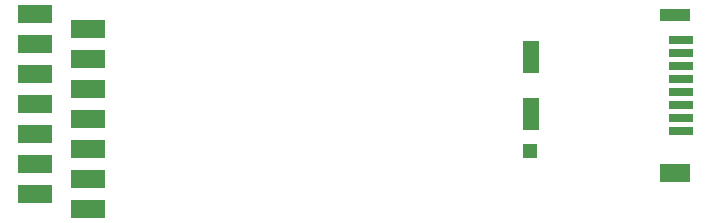
<source format=gbp>
G04*
G04 #@! TF.GenerationSoftware,Altium Limited,Altium Designer,18.1.9 (240)*
G04*
G04 Layer_Color=128*
%FSAX25Y25*%
%MOIN*%
G70*
G01*
G75*
%ADD42R,0.05512X0.10630*%
%ADD43R,0.04724X0.04724*%
%ADD44R,0.10236X0.05906*%
%ADD45R,0.10236X0.03937*%
%ADD46R,0.07874X0.02756*%
%ADD47R,0.11811X0.05906*%
D42*
X0578004Y0402232D02*
D03*
Y0382941D02*
D03*
D43*
X0577610Y0370933D02*
D03*
D44*
X0626035Y0363453D02*
D03*
D45*
Y0416012D02*
D03*
D46*
X0628004Y0407744D02*
D03*
Y0403413D02*
D03*
Y0399083D02*
D03*
Y0394752D02*
D03*
Y0390421D02*
D03*
Y0386091D02*
D03*
Y0381760D02*
D03*
Y0377429D02*
D03*
D47*
X0430315Y0411496D02*
D03*
Y0401496D02*
D03*
Y0391496D02*
D03*
Y0381496D02*
D03*
Y0371496D02*
D03*
Y0361496D02*
D03*
Y0351496D02*
D03*
X0412598Y0416496D02*
D03*
Y0406496D02*
D03*
Y0396496D02*
D03*
Y0386496D02*
D03*
Y0376496D02*
D03*
Y0366496D02*
D03*
Y0356496D02*
D03*
M02*

</source>
